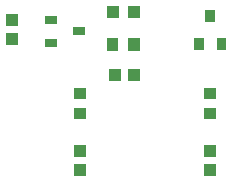
<source format=gtp>
G04 Layer: TopPasteMaskLayer*
G04 EasyEDA v6.5.1, 2022-03-27 00:49:21*
G04 a67cddfb3fce44daa9051d46cbbcc19f,10*
G04 Gerber Generator version 0.2*
G04 Scale: 100 percent, Rotated: No, Reflected: No *
G04 Dimensions in millimeters *
G04 leading zeros omitted , absolute positions ,4 integer and 5 decimal *
%FSLAX45Y45*%
%MOMM*%

%ADD12R,1.1000X1.0000*%
%ADD14R,1.0000X1.1000*%
%ADD16R,1.0000X0.8000*%

%LPD*%
D12*
G01*
X1006414Y1220231D03*
G01*
X1006414Y1380225D03*
G01*
X2682814Y115331D03*
G01*
X2682814Y275325D03*
G36*
X1528008Y807890D02*
G01*
X1628007Y807890D01*
X1628007Y717897D01*
X1528008Y717897D01*
G37*
G36*
X1528008Y637890D02*
G01*
X1628007Y637890D01*
X1628007Y547898D01*
X1528008Y547898D01*
G37*
G36*
X2632908Y807890D02*
G01*
X2732907Y807890D01*
X2732907Y717897D01*
X2632908Y717897D01*
G37*
G36*
X2632908Y637890D02*
G01*
X2732907Y637890D01*
X2732907Y547898D01*
X2632908Y547898D01*
G37*
D14*
G01*
X1878990Y919200D03*
G01*
X2039010Y919200D03*
D12*
G01*
X1578000Y115290D03*
G01*
X1578000Y275285D03*
G36*
X2547907Y1230215D02*
G01*
X2627917Y1230215D01*
X2627917Y1130216D01*
X2547907Y1130216D01*
G37*
G36*
X2737899Y1230215D02*
G01*
X2817909Y1230215D01*
X2817909Y1130216D01*
X2737899Y1130216D01*
G37*
G36*
X2641379Y1470215D02*
G01*
X2721389Y1470215D01*
X2721389Y1370215D01*
X2641379Y1370215D01*
G37*
D16*
G01*
X1331010Y1382496D03*
G01*
X1331010Y1192504D03*
G01*
X1571015Y1289024D03*
G36*
X1806310Y1228204D02*
G01*
X1906310Y1228204D01*
X1906310Y1118201D01*
X1806310Y1118201D01*
G37*
G36*
X1986320Y1228204D02*
G01*
X2086320Y1228204D01*
X2086320Y1118201D01*
X1986320Y1118201D01*
G37*
D14*
G01*
X2036318Y1452600D03*
G01*
X1856308Y1452600D03*
M02*

</source>
